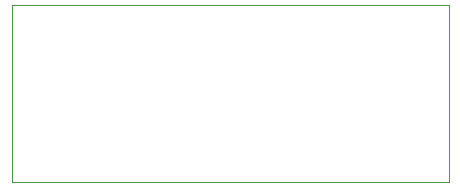
<source format=gbr>
G04 #@! TF.GenerationSoftware,KiCad,Pcbnew,(5.1.9)-1*
G04 #@! TF.CreationDate,2021-08-28T05:16:06+03:00*
G04 #@! TF.ProjectId,BANO3,42414e4f-332e-46b6-9963-61645f706362,0000*
G04 #@! TF.SameCoordinates,Original*
G04 #@! TF.FileFunction,Profile,NP*
%FSLAX46Y46*%
G04 Gerber Fmt 4.6, Leading zero omitted, Abs format (unit mm)*
G04 Created by KiCad (PCBNEW (5.1.9)-1) date 2021-08-28 05:16:06*
%MOMM*%
%LPD*%
G01*
G04 APERTURE LIST*
G04 #@! TA.AperFunction,Profile*
%ADD10C,0.100000*%
G04 #@! TD*
G04 APERTURE END LIST*
D10*
X1053738600Y-1007278400D02*
X1053738600Y-992278400D01*
X1053738600Y-1007278400D02*
X1016738600Y-1007278400D01*
X1016738600Y-1007278400D02*
X1016738600Y-992278400D01*
X1053738600Y-992278400D02*
X1016738600Y-992278400D01*
M02*

</source>
